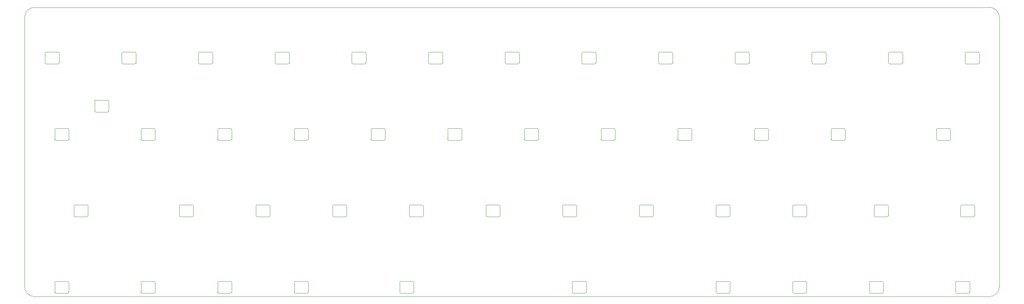
<source format=gbr>
%TF.GenerationSoftware,KiCad,Pcbnew,(6.0.1)*%
%TF.CreationDate,2022-02-20T07:15:50+01:00*%
%TF.ProjectId,atom47-rev5,61746f6d-3437-42d7-9265-76352e6b6963,rev?*%
%TF.SameCoordinates,Original*%
%TF.FileFunction,Profile,NP*%
%FSLAX46Y46*%
G04 Gerber Fmt 4.6, Leading zero omitted, Abs format (unit mm)*
G04 Created by KiCad (PCBNEW (6.0.1)) date 2022-02-20 07:15:50*
%MOMM*%
%LPD*%
G01*
G04 APERTURE LIST*
%TA.AperFunction,Profile*%
%ADD10C,0.100000*%
%TD*%
%TA.AperFunction,Profile*%
%ADD11C,0.120000*%
%TD*%
G04 APERTURE END LIST*
D10*
X244875000Y-4475000D02*
X244875000Y-71575000D01*
X242375000Y-1975000D02*
X5175000Y-1975000D01*
X5175000Y-74075000D02*
X242375000Y-74075000D01*
X244875000Y-4475000D02*
G75*
G03*
X242375000Y-1975000I-2500000J0D01*
G01*
X2675000Y-71575000D02*
G75*
G03*
X5175000Y-74075000I2500000J0D01*
G01*
X5175000Y-1975000D02*
G75*
G03*
X2675000Y-4475000I0J-2500000D01*
G01*
X2675000Y-4475000D02*
X2675000Y-71575000D01*
X242375000Y-74075000D02*
G75*
G03*
X244875000Y-71575000I0J2500000D01*
G01*
D11*
X141943750Y-73255000D02*
X139043750Y-73255000D01*
X139043750Y-70255000D02*
X141943750Y-70255000D01*
X142243750Y-70555000D02*
X142243750Y-72955000D01*
X138743750Y-72955000D02*
X138743750Y-70555000D01*
X141943750Y-73255000D02*
G75*
G03*
X142243750Y-72955000I0J300000D01*
G01*
X138743750Y-72955000D02*
G75*
G03*
X139043750Y-73255000I300000J0D01*
G01*
X139043750Y-70255000D02*
G75*
G03*
X138743750Y-70555000I0J-300000D01*
G01*
X142243750Y-70555000D02*
G75*
G03*
X141943750Y-70255000I-300000J0D01*
G01*
X87175000Y-16105000D02*
X84275000Y-16105000D01*
X84275000Y-13105000D02*
X87175000Y-13105000D01*
X87475000Y-13405000D02*
X87475000Y-15805000D01*
X83975000Y-15805000D02*
X83975000Y-13405000D01*
X87175000Y-16105000D02*
G75*
G03*
X87475000Y-15805000I0J300000D01*
G01*
X83975000Y-15805000D02*
G75*
G03*
X84275000Y-16105000I300000J0D01*
G01*
X84275000Y-13105000D02*
G75*
G03*
X83975000Y-13405000I0J-300000D01*
G01*
X87475000Y-13405000D02*
G75*
G03*
X87175000Y-13105000I-300000J0D01*
G01*
X91937500Y-35155000D02*
X89037500Y-35155000D01*
X89037500Y-32155000D02*
X91937500Y-32155000D01*
X92237500Y-32455000D02*
X92237500Y-34855000D01*
X88737500Y-34855000D02*
X88737500Y-32455000D01*
X91937500Y-35155000D02*
G75*
G03*
X92237500Y-34855000I0J300000D01*
G01*
X88737500Y-34855000D02*
G75*
G03*
X89037500Y-35155000I300000J0D01*
G01*
X89037500Y-32155000D02*
G75*
G03*
X88737500Y-32455000I0J-300000D01*
G01*
X92237500Y-32455000D02*
G75*
G03*
X91937500Y-32155000I-300000J0D01*
G01*
X187187500Y-35155000D02*
X184287500Y-35155000D01*
X184287500Y-32155000D02*
X187187500Y-32155000D01*
X187487500Y-32455000D02*
X187487500Y-34855000D01*
X183987500Y-34855000D02*
X183987500Y-32455000D01*
X187187500Y-35155000D02*
G75*
G03*
X187487500Y-34855000I0J300000D01*
G01*
X183987500Y-34855000D02*
G75*
G03*
X184287500Y-35155000I300000J0D01*
G01*
X184287500Y-32155000D02*
G75*
G03*
X183987500Y-32455000I0J-300000D01*
G01*
X187487500Y-32455000D02*
G75*
G03*
X187187500Y-32155000I-300000J0D01*
G01*
X13356250Y-35155000D02*
X10456250Y-35155000D01*
X10456250Y-32155000D02*
X13356250Y-32155000D01*
X13656250Y-32455000D02*
X13656250Y-34855000D01*
X10156250Y-34855000D02*
X10156250Y-32455000D01*
X13356250Y-35155000D02*
G75*
G03*
X13656250Y-34855000I0J300000D01*
G01*
X10156250Y-34855000D02*
G75*
G03*
X10456250Y-35155000I300000J0D01*
G01*
X10456250Y-32155000D02*
G75*
G03*
X10156250Y-32455000I0J-300000D01*
G01*
X13656250Y-32455000D02*
G75*
G03*
X13356250Y-32155000I-300000J0D01*
G01*
X120512500Y-54205000D02*
X117612500Y-54205000D01*
X117612500Y-51205000D02*
X120512500Y-51205000D01*
X120812500Y-51505000D02*
X120812500Y-53905000D01*
X117312500Y-53905000D02*
X117312500Y-51505000D01*
X120512500Y-54205000D02*
G75*
G03*
X120812500Y-53905000I0J300000D01*
G01*
X117312500Y-53905000D02*
G75*
G03*
X117612500Y-54205000I300000J0D01*
G01*
X117612500Y-51205000D02*
G75*
G03*
X117312500Y-51505000I0J-300000D01*
G01*
X120812500Y-51505000D02*
G75*
G03*
X120512500Y-51205000I-300000J0D01*
G01*
X215762500Y-73255000D02*
X212862500Y-73255000D01*
X212862500Y-70255000D02*
X215762500Y-70255000D01*
X216062500Y-70555000D02*
X216062500Y-72955000D01*
X212562500Y-72955000D02*
X212562500Y-70555000D01*
X215762500Y-73255000D02*
G75*
G03*
X216062500Y-72955000I0J300000D01*
G01*
X212562500Y-72955000D02*
G75*
G03*
X212862500Y-73255000I300000J0D01*
G01*
X212862500Y-70255000D02*
G75*
G03*
X212562500Y-70555000I0J-300000D01*
G01*
X216062500Y-70555000D02*
G75*
G03*
X215762500Y-70255000I-300000J0D01*
G01*
X101462500Y-54205000D02*
X98562500Y-54205000D01*
X98562500Y-51205000D02*
X101462500Y-51205000D01*
X101762500Y-51505000D02*
X101762500Y-53905000D01*
X98262500Y-53905000D02*
X98262500Y-51505000D01*
X101462500Y-54205000D02*
G75*
G03*
X101762500Y-53905000I0J300000D01*
G01*
X98262500Y-53905000D02*
G75*
G03*
X98562500Y-54205000I300000J0D01*
G01*
X98562500Y-51205000D02*
G75*
G03*
X98262500Y-51505000I0J-300000D01*
G01*
X101762500Y-51505000D02*
G75*
G03*
X101462500Y-51205000I-300000J0D01*
G01*
X18118750Y-54205000D02*
X15218750Y-54205000D01*
X15218750Y-51205000D02*
X18118750Y-51205000D01*
X18418750Y-51505000D02*
X18418750Y-53905000D01*
X14918750Y-53905000D02*
X14918750Y-51505000D01*
X18118750Y-54205000D02*
G75*
G03*
X18418750Y-53905000I0J300000D01*
G01*
X14918750Y-53905000D02*
G75*
G03*
X15218750Y-54205000I300000J0D01*
G01*
X15218750Y-51205000D02*
G75*
G03*
X14918750Y-51505000I0J-300000D01*
G01*
X18418750Y-51505000D02*
G75*
G03*
X18118750Y-51205000I-300000J0D01*
G01*
X44312500Y-54205000D02*
X41412500Y-54205000D01*
X41412500Y-51205000D02*
X44312500Y-51205000D01*
X44612500Y-51505000D02*
X44612500Y-53905000D01*
X41112500Y-53905000D02*
X41112500Y-51505000D01*
X44312500Y-54205000D02*
G75*
G03*
X44612500Y-53905000I0J300000D01*
G01*
X41112500Y-53905000D02*
G75*
G03*
X41412500Y-54205000I300000J0D01*
G01*
X41412500Y-51205000D02*
G75*
G03*
X41112500Y-51505000I0J-300000D01*
G01*
X44612500Y-51505000D02*
G75*
G03*
X44312500Y-51205000I-300000J0D01*
G01*
X238384392Y-54205000D02*
X235484392Y-54205000D01*
X235484392Y-51205000D02*
X238384392Y-51205000D01*
X238684392Y-51505000D02*
X238684392Y-53905000D01*
X235184392Y-53905000D02*
X235184392Y-51505000D01*
X238384392Y-54205000D02*
G75*
G03*
X238684392Y-53905000I0J300000D01*
G01*
X235184392Y-53905000D02*
G75*
G03*
X235484392Y-54205000I300000J0D01*
G01*
X235484392Y-51205000D02*
G75*
G03*
X235184392Y-51505000I0J-300000D01*
G01*
X238684392Y-51505000D02*
G75*
G03*
X238384392Y-51205000I-300000J0D01*
G01*
X53837500Y-35155000D02*
X50937500Y-35155000D01*
X50937500Y-32155000D02*
X53837500Y-32155000D01*
X54137500Y-32455000D02*
X54137500Y-34855000D01*
X50637500Y-34855000D02*
X50637500Y-32455000D01*
X53837500Y-35155000D02*
G75*
G03*
X54137500Y-34855000I0J300000D01*
G01*
X50637500Y-34855000D02*
G75*
G03*
X50937500Y-35155000I300000J0D01*
G01*
X50937500Y-32155000D02*
G75*
G03*
X50637500Y-32455000I0J-300000D01*
G01*
X54137500Y-32455000D02*
G75*
G03*
X53837500Y-32155000I-300000J0D01*
G01*
X237193750Y-73255000D02*
X234293750Y-73255000D01*
X234293750Y-70255000D02*
X237193750Y-70255000D01*
X237493750Y-70555000D02*
X237493750Y-72955000D01*
X233993750Y-72955000D02*
X233993750Y-70555000D01*
X237193750Y-73255000D02*
G75*
G03*
X237493750Y-72955000I0J300000D01*
G01*
X233993750Y-72955000D02*
G75*
G03*
X234293750Y-73255000I300000J0D01*
G01*
X234293750Y-70255000D02*
G75*
G03*
X233993750Y-70555000I0J-300000D01*
G01*
X237493750Y-70555000D02*
G75*
G03*
X237193750Y-70255000I-300000J0D01*
G01*
X149087500Y-35155000D02*
X146187500Y-35155000D01*
X146187500Y-32155000D02*
X149087500Y-32155000D01*
X149387500Y-32455000D02*
X149387500Y-34855000D01*
X145887500Y-34855000D02*
X145887500Y-32455000D01*
X149087500Y-35155000D02*
G75*
G03*
X149387500Y-34855000I0J300000D01*
G01*
X145887500Y-34855000D02*
G75*
G03*
X146187500Y-35155000I300000J0D01*
G01*
X146187500Y-32155000D02*
G75*
G03*
X145887500Y-32455000I0J-300000D01*
G01*
X149387500Y-32455000D02*
G75*
G03*
X149087500Y-32155000I-300000J0D01*
G01*
X158612500Y-54205000D02*
X155712500Y-54205000D01*
X155712500Y-51205000D02*
X158612500Y-51205000D01*
X158912500Y-51505000D02*
X158912500Y-53905000D01*
X155412500Y-53905000D02*
X155412500Y-51505000D01*
X158612500Y-54205000D02*
G75*
G03*
X158912500Y-53905000I0J300000D01*
G01*
X155412500Y-53905000D02*
G75*
G03*
X155712500Y-54205000I300000J0D01*
G01*
X155712500Y-51205000D02*
G75*
G03*
X155412500Y-51505000I0J-300000D01*
G01*
X158912500Y-51505000D02*
G75*
G03*
X158612500Y-51205000I-300000J0D01*
G01*
X82412500Y-54205000D02*
X79512500Y-54205000D01*
X79512500Y-51205000D02*
X82412500Y-51205000D01*
X82712500Y-51505000D02*
X82712500Y-53905000D01*
X79212500Y-53905000D02*
X79212500Y-51505000D01*
X82412500Y-54205000D02*
G75*
G03*
X82712500Y-53905000I0J300000D01*
G01*
X79212500Y-53905000D02*
G75*
G03*
X79512500Y-54205000I300000J0D01*
G01*
X79512500Y-51205000D02*
G75*
G03*
X79212500Y-51505000I0J-300000D01*
G01*
X82712500Y-51505000D02*
G75*
G03*
X82412500Y-51205000I-300000J0D01*
G01*
X196712500Y-73255000D02*
X193812500Y-73255000D01*
X193812500Y-70255000D02*
X196712500Y-70255000D01*
X197012500Y-70555000D02*
X197012500Y-72955000D01*
X193512500Y-72955000D02*
X193512500Y-70555000D01*
X196712500Y-73255000D02*
G75*
G03*
X197012500Y-72955000I0J300000D01*
G01*
X193512500Y-72955000D02*
G75*
G03*
X193812500Y-73255000I300000J0D01*
G01*
X193812500Y-70255000D02*
G75*
G03*
X193512500Y-70555000I0J-300000D01*
G01*
X197012500Y-70555000D02*
G75*
G03*
X196712500Y-70255000I-300000J0D01*
G01*
X34787500Y-73255000D02*
X31887500Y-73255000D01*
X31887500Y-70255000D02*
X34787500Y-70255000D01*
X35087500Y-70555000D02*
X35087500Y-72955000D01*
X31587500Y-72955000D02*
X31587500Y-70555000D01*
X34787500Y-73255000D02*
G75*
G03*
X35087500Y-72955000I0J300000D01*
G01*
X31587500Y-72955000D02*
G75*
G03*
X31887500Y-73255000I300000J0D01*
G01*
X31887500Y-70255000D02*
G75*
G03*
X31587500Y-70555000I0J-300000D01*
G01*
X35087500Y-70555000D02*
G75*
G03*
X34787500Y-70255000I-300000J0D01*
G01*
X72887500Y-35155000D02*
X69987500Y-35155000D01*
X69987500Y-32155000D02*
X72887500Y-32155000D01*
X73187500Y-32455000D02*
X73187500Y-34855000D01*
X69687500Y-34855000D02*
X69687500Y-32455000D01*
X72887500Y-35155000D02*
G75*
G03*
X73187500Y-34855000I0J300000D01*
G01*
X69687500Y-34855000D02*
G75*
G03*
X69987500Y-35155000I300000J0D01*
G01*
X69987500Y-32155000D02*
G75*
G03*
X69687500Y-32455000I0J-300000D01*
G01*
X73187500Y-32455000D02*
G75*
G03*
X72887500Y-32155000I-300000J0D01*
G01*
X177662500Y-54205000D02*
X174762500Y-54205000D01*
X174762500Y-51205000D02*
X177662500Y-51205000D01*
X177962500Y-51505000D02*
X177962500Y-53905000D01*
X174462500Y-53905000D02*
X174462500Y-51505000D01*
X177662500Y-54205000D02*
G75*
G03*
X177962500Y-53905000I0J300000D01*
G01*
X174462500Y-53905000D02*
G75*
G03*
X174762500Y-54205000I300000J0D01*
G01*
X174762500Y-51205000D02*
G75*
G03*
X174462500Y-51505000I0J-300000D01*
G01*
X177962500Y-51505000D02*
G75*
G03*
X177662500Y-51205000I-300000J0D01*
G01*
X130037500Y-35155000D02*
X127137500Y-35155000D01*
X127137500Y-32155000D02*
X130037500Y-32155000D01*
X130337500Y-32455000D02*
X130337500Y-34855000D01*
X126837500Y-34855000D02*
X126837500Y-32455000D01*
X130037500Y-35155000D02*
G75*
G03*
X130337500Y-34855000I0J300000D01*
G01*
X126837500Y-34855000D02*
G75*
G03*
X127137500Y-35155000I300000J0D01*
G01*
X127137500Y-32155000D02*
G75*
G03*
X126837500Y-32455000I0J-300000D01*
G01*
X130337500Y-32455000D02*
G75*
G03*
X130037500Y-32155000I-300000J0D01*
G01*
X239575000Y-16105000D02*
X236675000Y-16105000D01*
X236675000Y-13105000D02*
X239575000Y-13105000D01*
X239875000Y-13405000D02*
X239875000Y-15805000D01*
X236375000Y-15805000D02*
X236375000Y-13405000D01*
X239575000Y-16105000D02*
G75*
G03*
X239875000Y-15805000I0J300000D01*
G01*
X236375000Y-15805000D02*
G75*
G03*
X236675000Y-16105000I300000J0D01*
G01*
X236675000Y-13105000D02*
G75*
G03*
X236375000Y-13405000I0J-300000D01*
G01*
X239875000Y-13405000D02*
G75*
G03*
X239575000Y-13105000I-300000J0D01*
G01*
X110987500Y-35155000D02*
X108087500Y-35155000D01*
X108087500Y-32155000D02*
X110987500Y-32155000D01*
X111287500Y-32455000D02*
X111287500Y-34855000D01*
X107787500Y-34855000D02*
X107787500Y-32455000D01*
X110987500Y-35155000D02*
G75*
G03*
X111287500Y-34855000I0J300000D01*
G01*
X107787500Y-34855000D02*
G75*
G03*
X108087500Y-35155000I300000J0D01*
G01*
X108087500Y-32155000D02*
G75*
G03*
X107787500Y-32455000I0J-300000D01*
G01*
X111287500Y-32455000D02*
G75*
G03*
X110987500Y-32155000I-300000J0D01*
G01*
X232431250Y-35155000D02*
X229531250Y-35155000D01*
X229531250Y-32155000D02*
X232431250Y-32155000D01*
X232731250Y-32455000D02*
X232731250Y-34855000D01*
X229231250Y-34855000D02*
X229231250Y-32455000D01*
X232431250Y-35155000D02*
G75*
G03*
X232731250Y-34855000I0J300000D01*
G01*
X229231250Y-34855000D02*
G75*
G03*
X229531250Y-35155000I300000J0D01*
G01*
X229531250Y-32155000D02*
G75*
G03*
X229231250Y-32455000I0J-300000D01*
G01*
X232731250Y-32455000D02*
G75*
G03*
X232431250Y-32155000I-300000J0D01*
G01*
X220525000Y-16105000D02*
X217625000Y-16105000D01*
X217625000Y-13105000D02*
X220525000Y-13105000D01*
X220825000Y-13405000D02*
X220825000Y-15805000D01*
X217325000Y-15805000D02*
X217325000Y-13405000D01*
X220525000Y-16105000D02*
G75*
G03*
X220825000Y-15805000I0J300000D01*
G01*
X217325000Y-15805000D02*
G75*
G03*
X217625000Y-16105000I300000J0D01*
G01*
X217625000Y-13105000D02*
G75*
G03*
X217325000Y-13405000I0J-300000D01*
G01*
X220825000Y-13405000D02*
G75*
G03*
X220525000Y-13105000I-300000J0D01*
G01*
X139562500Y-54205000D02*
X136662500Y-54205000D01*
X136662500Y-51205000D02*
X139562500Y-51205000D01*
X139862500Y-51505000D02*
X139862500Y-53905000D01*
X136362500Y-53905000D02*
X136362500Y-51505000D01*
X139562500Y-54205000D02*
G75*
G03*
X139862500Y-53905000I0J300000D01*
G01*
X136362500Y-53905000D02*
G75*
G03*
X136662500Y-54205000I300000J0D01*
G01*
X136662500Y-51205000D02*
G75*
G03*
X136362500Y-51505000I0J-300000D01*
G01*
X139862500Y-51505000D02*
G75*
G03*
X139562500Y-51205000I-300000J0D01*
G01*
X177662500Y-73255000D02*
X174762500Y-73255000D01*
X174762500Y-70255000D02*
X177662500Y-70255000D01*
X177962500Y-70555000D02*
X177962500Y-72955000D01*
X174462500Y-72955000D02*
X174462500Y-70555000D01*
X177662500Y-73255000D02*
G75*
G03*
X177962500Y-72955000I0J300000D01*
G01*
X174462500Y-72955000D02*
G75*
G03*
X174762500Y-73255000I300000J0D01*
G01*
X174762500Y-70255000D02*
G75*
G03*
X174462500Y-70555000I0J-300000D01*
G01*
X177962500Y-70555000D02*
G75*
G03*
X177662500Y-70255000I-300000J0D01*
G01*
X216953124Y-54205000D02*
X214053124Y-54205000D01*
X214053124Y-51205000D02*
X216953124Y-51205000D01*
X217253124Y-51505000D02*
X217253124Y-53905000D01*
X213753124Y-53905000D02*
X213753124Y-51505000D01*
X216953124Y-54205000D02*
G75*
G03*
X217253124Y-53905000I0J300000D01*
G01*
X213753124Y-53905000D02*
G75*
G03*
X214053124Y-54205000I300000J0D01*
G01*
X214053124Y-51205000D02*
G75*
G03*
X213753124Y-51505000I0J-300000D01*
G01*
X217253124Y-51505000D02*
G75*
G03*
X216953124Y-51205000I-300000J0D01*
G01*
X106225000Y-16105000D02*
X103325000Y-16105000D01*
X103325000Y-13105000D02*
X106225000Y-13105000D01*
X106525000Y-13405000D02*
X106525000Y-15805000D01*
X103025000Y-15805000D02*
X103025000Y-13405000D01*
X106225000Y-16105000D02*
G75*
G03*
X106525000Y-15805000I0J300000D01*
G01*
X103025000Y-15805000D02*
G75*
G03*
X103325000Y-16105000I300000J0D01*
G01*
X103325000Y-13105000D02*
G75*
G03*
X103025000Y-13405000I0J-300000D01*
G01*
X106525000Y-13405000D02*
G75*
G03*
X106225000Y-13105000I-300000J0D01*
G01*
X201475000Y-16105000D02*
X198575000Y-16105000D01*
X198575000Y-13105000D02*
X201475000Y-13105000D01*
X201775000Y-13405000D02*
X201775000Y-15805000D01*
X198275000Y-15805000D02*
X198275000Y-13405000D01*
X201475000Y-16105000D02*
G75*
G03*
X201775000Y-15805000I0J300000D01*
G01*
X198275000Y-15805000D02*
G75*
G03*
X198575000Y-16105000I300000J0D01*
G01*
X198575000Y-13105000D02*
G75*
G03*
X198275000Y-13405000I0J-300000D01*
G01*
X201775000Y-13405000D02*
G75*
G03*
X201475000Y-13105000I-300000J0D01*
G01*
X163375000Y-16105000D02*
X160475000Y-16105000D01*
X160475000Y-13105000D02*
X163375000Y-13105000D01*
X163675000Y-13405000D02*
X163675000Y-15805000D01*
X160175000Y-15805000D02*
X160175000Y-13405000D01*
X163375000Y-16105000D02*
G75*
G03*
X163675000Y-15805000I0J300000D01*
G01*
X160175000Y-15805000D02*
G75*
G03*
X160475000Y-16105000I300000J0D01*
G01*
X160475000Y-13105000D02*
G75*
G03*
X160175000Y-13405000I0J-300000D01*
G01*
X163675000Y-13405000D02*
G75*
G03*
X163375000Y-13105000I-300000J0D01*
G01*
X49075000Y-16105000D02*
X46175000Y-16105000D01*
X46175000Y-13105000D02*
X49075000Y-13105000D01*
X49375000Y-13405000D02*
X49375000Y-15805000D01*
X45875000Y-15805000D02*
X45875000Y-13405000D01*
X49075000Y-16105000D02*
G75*
G03*
X49375000Y-15805000I0J300000D01*
G01*
X45875000Y-15805000D02*
G75*
G03*
X46175000Y-16105000I300000J0D01*
G01*
X46175000Y-13105000D02*
G75*
G03*
X45875000Y-13405000I0J-300000D01*
G01*
X49375000Y-13405000D02*
G75*
G03*
X49075000Y-13105000I-300000J0D01*
G01*
X196712500Y-54205000D02*
X193812500Y-54205000D01*
X193812500Y-51205000D02*
X196712500Y-51205000D01*
X197012500Y-51505000D02*
X197012500Y-53905000D01*
X193512500Y-53905000D02*
X193512500Y-51505000D01*
X196712500Y-54205000D02*
G75*
G03*
X197012500Y-53905000I0J300000D01*
G01*
X193512500Y-53905000D02*
G75*
G03*
X193812500Y-54205000I300000J0D01*
G01*
X193812500Y-51205000D02*
G75*
G03*
X193512500Y-51505000I0J-300000D01*
G01*
X197012500Y-51505000D02*
G75*
G03*
X196712500Y-51205000I-300000J0D01*
G01*
X30025000Y-16105000D02*
X27125000Y-16105000D01*
X27125000Y-13105000D02*
X30025000Y-13105000D01*
X30325000Y-13405000D02*
X30325000Y-15805000D01*
X26825000Y-15805000D02*
X26825000Y-13405000D01*
X30025000Y-16105000D02*
G75*
G03*
X30325000Y-15805000I0J300000D01*
G01*
X26825000Y-15805000D02*
G75*
G03*
X27125000Y-16105000I300000J0D01*
G01*
X27125000Y-13105000D02*
G75*
G03*
X26825000Y-13405000I0J-300000D01*
G01*
X30325000Y-13405000D02*
G75*
G03*
X30025000Y-13105000I-300000J0D01*
G01*
X168137500Y-35155000D02*
X165237500Y-35155000D01*
X165237500Y-32155000D02*
X168137500Y-32155000D01*
X168437500Y-32455000D02*
X168437500Y-34855000D01*
X164937500Y-34855000D02*
X164937500Y-32455000D01*
X168137500Y-35155000D02*
G75*
G03*
X168437500Y-34855000I0J300000D01*
G01*
X164937500Y-34855000D02*
G75*
G03*
X165237500Y-35155000I300000J0D01*
G01*
X165237500Y-32155000D02*
G75*
G03*
X164937500Y-32455000I0J-300000D01*
G01*
X168437500Y-32455000D02*
G75*
G03*
X168137500Y-32155000I-300000J0D01*
G01*
X206237500Y-35155000D02*
X203337500Y-35155000D01*
X203337500Y-32155000D02*
X206237500Y-32155000D01*
X206537500Y-32455000D02*
X206537500Y-34855000D01*
X203037500Y-34855000D02*
X203037500Y-32455000D01*
X206237500Y-35155000D02*
G75*
G03*
X206537500Y-34855000I0J300000D01*
G01*
X203037500Y-34855000D02*
G75*
G03*
X203337500Y-35155000I300000J0D01*
G01*
X203337500Y-32155000D02*
G75*
G03*
X203037500Y-32455000I0J-300000D01*
G01*
X206537500Y-32455000D02*
G75*
G03*
X206237500Y-32155000I-300000J0D01*
G01*
X63362500Y-54205000D02*
X60462500Y-54205000D01*
X60462500Y-51205000D02*
X63362500Y-51205000D01*
X63662500Y-51505000D02*
X63662500Y-53905000D01*
X60162500Y-53905000D02*
X60162500Y-51505000D01*
X63362500Y-54205000D02*
G75*
G03*
X63662500Y-53905000I0J300000D01*
G01*
X60162500Y-53905000D02*
G75*
G03*
X60462500Y-54205000I300000J0D01*
G01*
X60462500Y-51205000D02*
G75*
G03*
X60162500Y-51505000I0J-300000D01*
G01*
X63662500Y-51505000D02*
G75*
G03*
X63362500Y-51205000I-300000J0D01*
G01*
X13356250Y-73255000D02*
X10456250Y-73255000D01*
X10456250Y-70255000D02*
X13356250Y-70255000D01*
X13656250Y-70555000D02*
X13656250Y-72955000D01*
X10156250Y-72955000D02*
X10156250Y-70555000D01*
X13356250Y-73255000D02*
G75*
G03*
X13656250Y-72955000I0J300000D01*
G01*
X10156250Y-72955000D02*
G75*
G03*
X10456250Y-73255000I300000J0D01*
G01*
X10456250Y-70255000D02*
G75*
G03*
X10156250Y-70555000I0J-300000D01*
G01*
X13656250Y-70555000D02*
G75*
G03*
X13356250Y-70255000I-300000J0D01*
G01*
X182425000Y-16105000D02*
X179525000Y-16105000D01*
X179525000Y-13105000D02*
X182425000Y-13105000D01*
X182725000Y-13405000D02*
X182725000Y-15805000D01*
X179225000Y-15805000D02*
X179225000Y-13405000D01*
X182425000Y-16105000D02*
G75*
G03*
X182725000Y-15805000I0J300000D01*
G01*
X179225000Y-15805000D02*
G75*
G03*
X179525000Y-16105000I300000J0D01*
G01*
X179525000Y-13105000D02*
G75*
G03*
X179225000Y-13405000I0J-300000D01*
G01*
X182725000Y-13405000D02*
G75*
G03*
X182425000Y-13105000I-300000J0D01*
G01*
X68125000Y-16105000D02*
X65225000Y-16105000D01*
X65225000Y-13105000D02*
X68125000Y-13105000D01*
X68425000Y-13405000D02*
X68425000Y-15805000D01*
X64925000Y-15805000D02*
X64925000Y-13405000D01*
X68125000Y-16105000D02*
G75*
G03*
X68425000Y-15805000I0J300000D01*
G01*
X64925000Y-15805000D02*
G75*
G03*
X65225000Y-16105000I300000J0D01*
G01*
X65225000Y-13105000D02*
G75*
G03*
X64925000Y-13405000I0J-300000D01*
G01*
X68425000Y-13405000D02*
G75*
G03*
X68125000Y-13105000I-300000J0D01*
G01*
X72887500Y-73255000D02*
X69987500Y-73255000D01*
X69987500Y-70255000D02*
X72887500Y-70255000D01*
X73187500Y-70555000D02*
X73187500Y-72955000D01*
X69687500Y-72955000D02*
X69687500Y-70555000D01*
X72887500Y-73255000D02*
G75*
G03*
X73187500Y-72955000I0J300000D01*
G01*
X69687500Y-72955000D02*
G75*
G03*
X69987500Y-73255000I300000J0D01*
G01*
X69987500Y-70255000D02*
G75*
G03*
X69687500Y-70555000I0J-300000D01*
G01*
X73187500Y-70555000D02*
G75*
G03*
X72887500Y-70255000I-300000J0D01*
G01*
X53837500Y-73255000D02*
X50937500Y-73255000D01*
X50937500Y-70255000D02*
X53837500Y-70255000D01*
X54137500Y-70555000D02*
X54137500Y-72955000D01*
X50637500Y-72955000D02*
X50637500Y-70555000D01*
X53837500Y-73255000D02*
G75*
G03*
X54137500Y-72955000I0J300000D01*
G01*
X50637500Y-72955000D02*
G75*
G03*
X50937500Y-73255000I300000J0D01*
G01*
X50937500Y-70255000D02*
G75*
G03*
X50637500Y-70555000I0J-300000D01*
G01*
X54137500Y-70555000D02*
G75*
G03*
X53837500Y-70255000I-300000J0D01*
G01*
X99081250Y-73255000D02*
X96181250Y-73255000D01*
X96181250Y-70255000D02*
X99081250Y-70255000D01*
X99381250Y-70555000D02*
X99381250Y-72955000D01*
X95881250Y-72955000D02*
X95881250Y-70555000D01*
X99081250Y-73255000D02*
G75*
G03*
X99381250Y-72955000I0J300000D01*
G01*
X95881250Y-72955000D02*
G75*
G03*
X96181250Y-73255000I300000J0D01*
G01*
X96181250Y-70255000D02*
G75*
G03*
X95881250Y-70555000I0J-300000D01*
G01*
X99381250Y-70555000D02*
G75*
G03*
X99081250Y-70255000I-300000J0D01*
G01*
X125275000Y-16105000D02*
X122375000Y-16105000D01*
X122375000Y-13105000D02*
X125275000Y-13105000D01*
X125575000Y-13405000D02*
X125575000Y-15805000D01*
X122075000Y-15805000D02*
X122075000Y-13405000D01*
X125275000Y-16105000D02*
G75*
G03*
X125575000Y-15805000I0J300000D01*
G01*
X122075000Y-15805000D02*
G75*
G03*
X122375000Y-16105000I300000J0D01*
G01*
X122375000Y-13105000D02*
G75*
G03*
X122075000Y-13405000I0J-300000D01*
G01*
X125575000Y-13405000D02*
G75*
G03*
X125275000Y-13105000I-300000J0D01*
G01*
X34787500Y-35155000D02*
X31887500Y-35155000D01*
X31887500Y-32155000D02*
X34787500Y-32155000D01*
X35087500Y-32455000D02*
X35087500Y-34855000D01*
X31587500Y-34855000D02*
X31587500Y-32455000D01*
X34787500Y-35155000D02*
G75*
G03*
X35087500Y-34855000I0J300000D01*
G01*
X31587500Y-34855000D02*
G75*
G03*
X31887500Y-35155000I300000J0D01*
G01*
X31887500Y-32155000D02*
G75*
G03*
X31587500Y-32455000I0J-300000D01*
G01*
X35087500Y-32455000D02*
G75*
G03*
X34787500Y-32155000I-300000J0D01*
G01*
X10975000Y-16105000D02*
X8075000Y-16105000D01*
X8075000Y-13105000D02*
X10975000Y-13105000D01*
X11275000Y-13405000D02*
X11275000Y-15805000D01*
X7775000Y-15805000D02*
X7775000Y-13405000D01*
X10975000Y-16105000D02*
G75*
G03*
X11275000Y-15805000I0J300000D01*
G01*
X7775000Y-15805000D02*
G75*
G03*
X8075000Y-16105000I300000J0D01*
G01*
X8075000Y-13105000D02*
G75*
G03*
X7775000Y-13405000I0J-300000D01*
G01*
X11275000Y-13405000D02*
G75*
G03*
X10975000Y-13105000I-300000J0D01*
G01*
X23275000Y-28100000D02*
X20375000Y-28100000D01*
X20375000Y-25100000D02*
X23275000Y-25100000D01*
X23575000Y-25400000D02*
X23575000Y-27800000D01*
X20075000Y-27800000D02*
X20075000Y-25400000D01*
X23275000Y-28100000D02*
G75*
G03*
X23575000Y-27800000I0J300000D01*
G01*
X20075000Y-27800000D02*
G75*
G03*
X20375000Y-28100000I300000J0D01*
G01*
X20375000Y-25100000D02*
G75*
G03*
X20075000Y-25400000I0J-300000D01*
G01*
X23575000Y-25400000D02*
G75*
G03*
X23275000Y-25100000I-300000J0D01*
G01*
X144325000Y-16105000D02*
X141425000Y-16105000D01*
X141425000Y-13105000D02*
X144325000Y-13105000D01*
X144625000Y-13405000D02*
X144625000Y-15805000D01*
X141125000Y-15805000D02*
X141125000Y-13405000D01*
X144325000Y-16105000D02*
G75*
G03*
X144625000Y-15805000I0J300000D01*
G01*
X141125000Y-15805000D02*
G75*
G03*
X141425000Y-16105000I300000J0D01*
G01*
X141425000Y-13105000D02*
G75*
G03*
X141125000Y-13405000I0J-300000D01*
G01*
X144625000Y-13405000D02*
G75*
G03*
X144325000Y-13105000I-300000J0D01*
G01*
M02*

</source>
